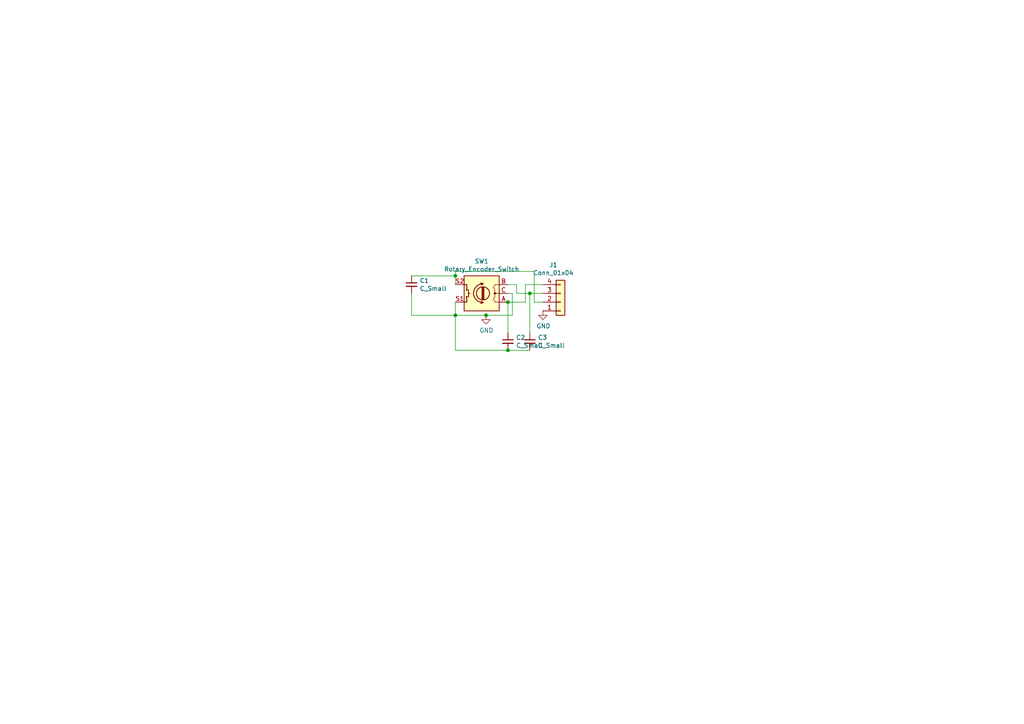
<source format=kicad_sch>
(kicad_sch (version 20230121) (generator eeschema)
  (paper "A4")
  (lib_symbols
    (symbol "Connector_Generic:Conn_01x04" (pin_names (offset 1.016) hide)
      (property "Reference" "J" (at 0 5.08 0))
      (property "Value" "Conn_01x04" (at 0 -7.62 0))
      (symbol "Conn_01x04_1_1"
        (rectangle (start -1.27 -4.953) (end 0 -5.207) (stroke (width 0.1524)))
        (rectangle (start -1.27 -2.413) (end 0 -2.667) (stroke (width 0.1524)))
        (rectangle (start -1.27 0.127) (end 0 -0.127) (stroke (width 0.1524)))
        (rectangle (start -1.27 2.667) (end 0 2.413) (stroke (width 0.1524)))
        (rectangle (start -1.27 3.81) (end 1.27 -6.35) (stroke (width 0.254)) (fill (type background)))
        (pin passive line (at -5.08 2.54 0) (length 3.81) (name "Pin_1") (number "1"))
        (pin passive line (at -5.08 0 0) (length 3.81) (name "Pin_2") (number "2"))
        (pin passive line (at -5.08 -2.54 0) (length 3.81) (name "Pin_3") (number "3"))
        (pin passive line (at -5.08 -5.08 0) (length 3.81) (name "Pin_4") (number "4"))
      )
    )
    (symbol "Device:C_Small" (pin_numbers hide) (pin_names (offset 0.254) hide)
      (property "Reference" "C" (at 0.254 1.778 0))
      (property "Value" "C_Small" (at 0.254 -2.032 0))
      (symbol "C_Small_0_1"
        (polyline (pts (xy -1.524 -0.508) (xy 1.524 -0.508)) (stroke (width 0.3302)))
        (polyline (pts (xy -1.524 0.508) (xy 1.524 0.508)) (stroke (width 0.3048)))
      )
      (symbol "C_Small_1_1"
        (pin passive line (at 0 2.54 270) (length 2.032) (name "~") (number "1"))
        (pin passive line (at 0 -2.54 90) (length 2.032) (name "~") (number "2"))
      )
    )
    (symbol "Encoder-rescue:Rotary_Encoder_Switch-Device" (pin_names (offset 0.254) hide)
      (property "Reference" "SW" (at 0 6.604 0))
      (property "Value" "Device:Rotary_Encoder_Switch" (at 0 -6.604 0))
      (symbol "Rotary_Encoder_Switch-Device_0_1"
        (rectangle (start -5.08 5.08) (end 5.08 -5.08) (stroke (width 0.254)) (fill (type background)))
        (circle (center -3.81 0) (radius 0.254) (fill (type outline)))
        (arc (start -0.381 -2.794) (mid 2.3376 -0.0635) (end -0.381 2.667) (stroke (width 0.254)))
        (circle (center -0.381 0) (radius 1.905) (stroke (width 0.254)))
        (polyline (pts (xy -0.635 -1.778) (xy -0.635 1.778)) (stroke (width 0.254)))
        (polyline (pts (xy -0.381 -1.778) (xy -0.381 1.778)) (stroke (width 0.254)))
        (polyline (pts (xy -0.127 1.778) (xy -0.127 -1.778)) (stroke (width 0.254)))
        (polyline (pts (xy 3.81 0) (xy 3.429 0)) (stroke (width 0.254)))
        (polyline (pts (xy 3.81 1.016) (xy 3.81 -1.016)) (stroke (width 0.254)))
        (polyline (pts (xy -5.08 -2.54) (xy -3.81 -2.54) (xy -3.81 -2.032)))
        (polyline (pts (xy -5.08 2.54) (xy -3.81 2.54) (xy -3.81 2.032)))
        (polyline (pts (xy 0.254 -3.048) (xy -0.508 -2.794) (xy 0.127 -2.413)) (stroke (width 0.254)))
        (polyline (pts (xy 0.254 2.921) (xy -0.508 2.667) (xy 0.127 2.286)) (stroke (width 0.254)))
        (polyline (pts (xy 5.08 -2.54) (xy 4.318 -2.54) (xy 4.318 -1.016)) (stroke (width 0.254)))
        (polyline (pts (xy 5.08 2.54) (xy 4.318 2.54) (xy 4.318 1.016)) (stroke (width 0.254)))
        (polyline (pts (xy -5.08 0) (xy -3.81 0) (xy -3.81 -1.016) (xy -3.302 -2.032)))
        (polyline (pts (xy -4.318 0) (xy -3.81 0) (xy -3.81 1.016) (xy -3.302 2.032)))
        (circle (center 4.318 -1.016) (radius 0.127) (stroke (width 0.254)))
        (circle (center 4.318 1.016) (radius 0.127) (stroke (width 0.254)))
      )
      (symbol "Rotary_Encoder_Switch-Device_1_1"
        (pin passive line (at -7.62 2.54 0) (length 2.54) (name "A") (number "A"))
        (pin passive line (at -7.62 -2.54 0) (length 2.54) (name "B") (number "B"))
        (pin passive line (at -7.62 0 0) (length 2.54) (name "C") (number "C"))
        (pin passive line (at 7.62 2.54 180) (length 2.54) (name "S1") (number "S1"))
        (pin passive line (at 7.62 -2.54 180) (length 2.54) (name "S2") (number "S2"))
      )
    )
    (symbol "power:GND" (power) (pin_names (offset 0))
      (property "Value" "GND" (at 0 -3.81 0))
      (symbol "GND_0_1"
        (polyline (pts (xy 0 0) (xy 0 -1.27) (xy 1.27 -1.27) (xy 0 -2.54) (xy -1.27 -1.27) (xy 0 -1.27)))
      )
      (symbol "GND_1_1"
        (pin power_in line (at 0 0 270) (length 0) hide (name "GND") (number "1"))
      )
    )
  )
  (junction (at 153.67 85.09))
  (junction (at 132.08 80.01))
  (junction (at 147.32 87.63))
  (junction (at 140.97 91.44))
  (junction (at 132.08 91.44))
  (junction (at 147.32 101.6))
  (wire (pts (xy 132.08 78.74) (xy 154.94 78.74)))
  (wire (pts (xy 140.97 91.44) (xy 148.59 91.44)))
  (wire (pts (xy 147.32 101.6) (xy 132.08 101.6)))
  (wire (pts (xy 152.4 87.63) (xy 152.4 82.55)))
  (wire (pts (xy 153.67 96.52) (xy 153.67 85.09)))
  (wire (pts (xy 132.08 101.6) (xy 132.08 91.44)))
  (wire (pts (xy 148.59 85.09) (xy 147.32 85.09)))
  (wire (pts (xy 119.38 91.44) (xy 132.08 91.44)))
  (wire (pts (xy 147.32 96.52) (xy 147.32 87.63)))
  (wire (pts (xy 147.32 87.63) (xy 152.4 87.63)))
  (wire (pts (xy 119.38 85.09) (xy 119.38 91.44)))
  (wire (pts (xy 148.59 91.44) (xy 148.59 85.09)))
  (wire (pts (xy 132.08 91.44) (xy 140.97 91.44)))
  (wire (pts (xy 119.38 80.01) (xy 132.08 80.01)))
  (wire (pts (xy 154.94 87.63) (xy 157.48 87.63)))
  (wire (pts (xy 149.86 82.55) (xy 149.86 85.09)))
  (wire (pts (xy 132.08 82.55) (xy 132.08 80.01)))
  (wire (pts (xy 147.32 82.55) (xy 149.86 82.55)))
  (wire (pts (xy 153.67 101.6) (xy 147.32 101.6)))
  (wire (pts (xy 153.67 85.09) (xy 157.48 85.09)))
  (wire (pts (xy 152.4 82.55) (xy 157.48 82.55)))
  (wire (pts (xy 132.08 87.63) (xy 132.08 91.44)))
  (wire (pts (xy 154.94 78.74) (xy 154.94 87.63)))
  (wire (pts (xy 132.08 80.01) (xy 132.08 78.74)))
  (wire (pts (xy 149.86 85.09) (xy 153.67 85.09)))
  (symbol (lib_id "Connector_Generic:Conn_01x04") (at 162.56 87.63 0) (mirror x) (unit 1)
    (property "Reference" "J1" (at 160.5026 76.835 0))
    (property "Value" "Conn_01x04" (at 160.5026 79.1464 0))
    (property "Footprint" "KiCadCustomLibs:Conn_1x04_2.54mm" (effects hide))
  )
  (symbol (lib_id "power:GND") (at 157.48 90.17 0) (unit 1)
    (property "Reference" "#PWR0101" (effects hide))
    (property "Value" "GND" (at 157.607 94.5642 0))
  )
  (symbol (lib_id "power:GND") (at 140.97 91.44 0) (unit 1)
    (property "Reference" "#PWR0102" (effects hide))
    (property "Value" "GND" (at 141.097 95.8342 0))
  )
  (symbol (lib_id "Encoder-rescue:Rotary_Encoder_Switch-Device") (at 139.7 85.09 180) (unit 1)
    (property "Reference" "SW1" (at 139.7 75.7682 0))
    (property "Value" "Rotary_Encoder_Switch" (at 139.7 78.0796 0))
    (property "Footprint" "KiCadCustomLibs:ROTARY-ENCODER" (effects hide))
  )
  (symbol (lib_id "Device:C_Small") (at 119.38 82.55 0) (unit 1)
    (property "Reference" "C1" (at 121.7168 81.3816 0) (effects (justify left)))
    (property "Value" "C_Small" (at 121.7168 83.693 0) (effects (justify left)))
    (property "Footprint" "Capacitors_SMD:C_0603" (effects hide))
  )
  (symbol (lib_id "Device:C_Small") (at 147.32 99.06 0) (unit 1)
    (property "Reference" "C2" (at 149.6568 97.8916 0) (effects (justify left)))
    (property "Value" "C_Small" (at 149.6568 100.203 0) (effects (justify left)))
    (property "Footprint" "Capacitors_SMD:C_0603" (effects hide))
  )
  (symbol (lib_id "Device:C_Small") (at 153.67 99.06 0) (unit 1)
    (property "Reference" "C3" (at 156.0068 97.8916 0) (effects (justify left)))
    (property "Value" "C_Small" (at 156.0068 100.203 0) (effects (justify left)))
    (property "Footprint" "Capacitors_SMD:C_0603" (effects hide))
  )
)
</source>
